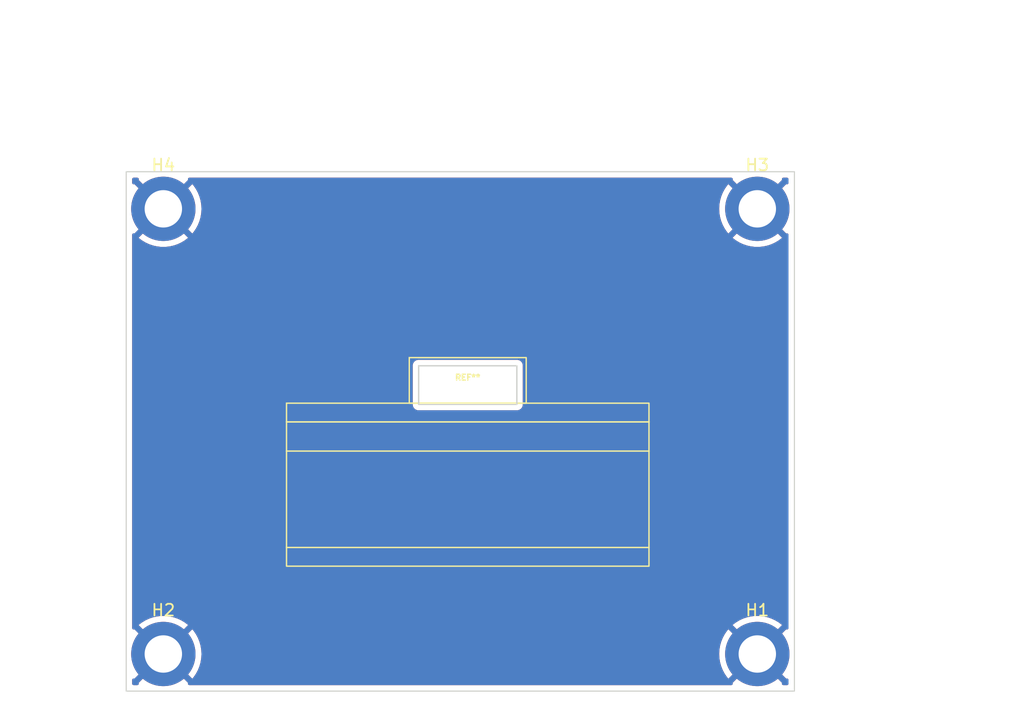
<source format=kicad_pcb>
(kicad_pcb (version 20211014) (generator pcbnew)
  (layers (0 "F.Cu" signal) (31 "B.Cu" signal) (34 "B.Paste" user) (35 "F.Paste" user) (36 "B.SilkS" user "B.Silkscreen") (37 "F.SilkS" user "F.Silkscreen") (38 "B.Mask" user) (39 "F.Mask" user) (44 "Edge.Cuts" user))
  (net 0 "")
  (net 1 "GND")
  (footprint "MountingHole:MountingHole_3.2mm_M3_ISO14580_Pad" (layer "F.Cu") (at 130.175 117.475)
    (fp_text reference "H2" (at 0 -3.75) (layer "F.SilkS"))
    (fp_text value "MountingHole_Pad")
    (pad "1" thru_hole circle (at 0 0) (size 5.5 5.5) (drill 3.2) (layers *.Cu *.Mask) (net 1 "GND"))
  )
  (footprint "MountingHole:MountingHole_3.2mm_M3_ISO14580_Pad" (layer "F.Cu") (at 180.975 79.375)
    (fp_text reference "H3" (at 0 -3.75) (layer "F.SilkS"))
    (fp_text value "MountingHole_Pad")
    (pad "1" thru_hole circle (at 0 0) (size 5.5 5.5) (drill 3.2) (layers *.Cu *.Mask) (net 1 "GND"))
  )
  (footprint "0_project_library:db9_cutout" (layer "F.Cu") (at 156.21 102.108)
    (fp_text reference "REF**" (at 0 -8.3 unlocked) (layer "F.SilkS") (effects (font (size 0.5 0.5) (thickness 0.125))))
    (fp_text value "usb_cutout")
    (fp_line (start -15.5 -4.5) (end -15.5 -2) (layer "F.SilkS") (width 0.12))
    (fp_line (start -15.5 -2) (end -15.5 6.25) (layer "F.SilkS") (width 0.12))
    (fp_line (start 15.5 -2) (end 15.5 -4.5) (layer "F.SilkS") (width 0.12))
    (fp_line (start 15.5 -2) (end -15.5 -2) (layer "F.SilkS") (width 0.12))
    (fp_line (start 15.5 6.25) (end 15.5 -2) (layer "F.SilkS") (width 0.12))
    (fp_line (start 15.5 -4.5) (end -15.5 -4.5) (layer "F.SilkS") (width 0.12))
    (fp_rect (start -15.5 6.25) (end 15.5 7.85) (layer "F.SilkS") (width 0.12) (fill none))
    (fp_rect (start -15.5 -6.1) (end 15.5 -4.5) (layer "F.SilkS") (width 0.12) (fill none))
    (fp_rect (start -5 -10) (end 5 -6.1) (layer "F.SilkS") (width 0.12) (fill none))
    (fp_rect (start -4.2 -9.3) (end 4.2 -6) (layer "Edge.Cuts") (width 0.12) (fill none))
  )
  (footprint "MountingHole:MountingHole_3.2mm_M3_ISO14580_Pad" (layer "F.Cu") (at 180.975 117.475)
    (fp_text reference "H1" (at 0 -3.75) (layer "F.SilkS"))
    (fp_text value "MountingHole_Pad")
    (pad "1" thru_hole circle (at 0 0) (size 5.5 5.5) (drill 3.2) (layers *.Cu *.Mask) (net 1 "GND"))
  )
  (footprint "MountingHole:MountingHole_3.2mm_M3_ISO14580_Pad" (layer "F.Cu") (at 130.175 79.375)
    (fp_text reference "H4" (at 0 -3.75) (layer "F.SilkS"))
    (fp_text value "MountingHole_Pad")
    (pad "1" thru_hole circle (at 0 0) (size 5.5 5.5) (drill 3.2) (layers *.Cu *.Mask) (net 1 "GND"))
  )
  (gr_rect (start 127 76.2) (end 184.15 120.65) (layer "Edge.Cuts") (width 0.1) (fill none))
  (zone (net 1) (net_name "GND") (layers F&B.Cu) (connect_pads (clearance 0.508)) (min_thickness 0.254) (fill yes (thermal_gap 0.508) (thermal_bridge_width 0.508))
    (polygon (pts (xy 195.58 122.555) (xy 116.205 122.555) (xy 116.205 67.945) (xy 195.58 67.945)))
  )
)
</source>
